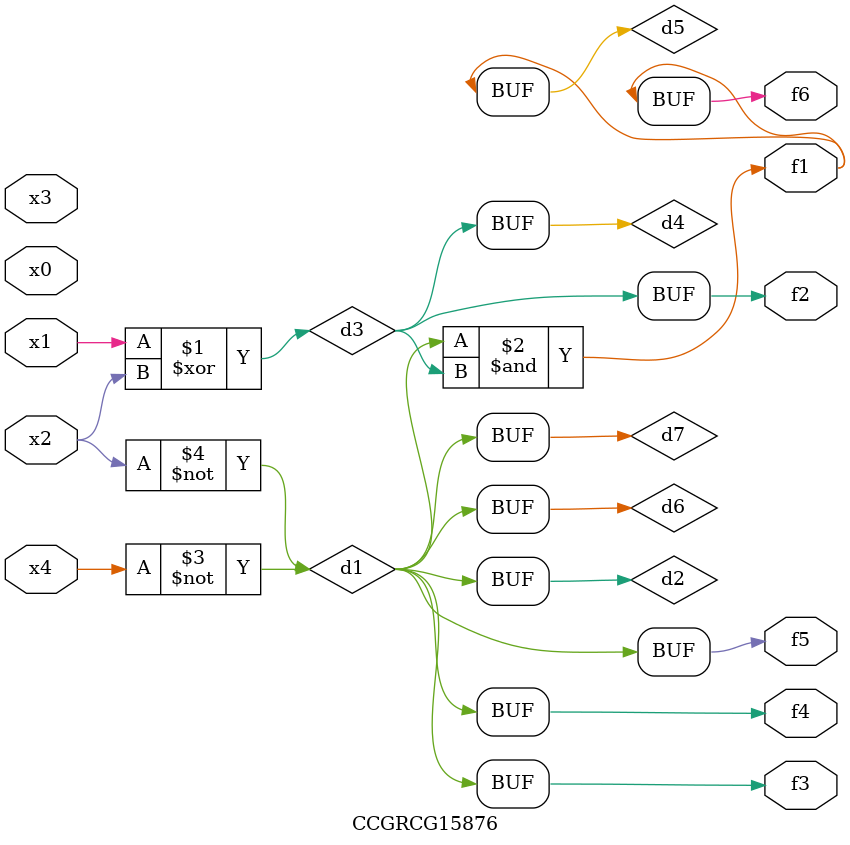
<source format=v>
module CCGRCG15876(
	input x0, x1, x2, x3, x4,
	output f1, f2, f3, f4, f5, f6
);

	wire d1, d2, d3, d4, d5, d6, d7;

	not (d1, x4);
	not (d2, x2);
	xor (d3, x1, x2);
	buf (d4, d3);
	and (d5, d1, d3);
	buf (d6, d1, d2);
	buf (d7, d2);
	assign f1 = d5;
	assign f2 = d4;
	assign f3 = d7;
	assign f4 = d7;
	assign f5 = d7;
	assign f6 = d5;
endmodule

</source>
